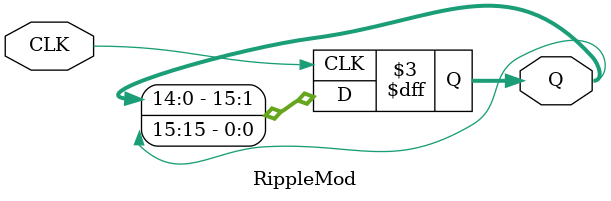
<source format=v>

module TestMod;
	reg CLK;
	wire [15:0] Q;
	wire [3:0] C;

	always begin
		CLK = 0;
		#1;
		CLK = 1;
		#1;
	end

	RippleMod myRipple(CLK, Q);
	CoderMod myCoder(Q, C);

	initial #64 $finish;

	initial begin
		$display("		Time Q                C	   CLK");
		$display("----------------------------------------------------------------");
		$monitor("%d %b %b %b", $time, Q, C, CLK);
	end
endmodule

module CoderMod(Q, C);
	input [15:0] Q;
	output [3:0] C;
	wire [12:0] O;
	wire [7:0] Ou;

	//C[0]
	or(O[0], Q[1], Q[5]);
	or(O[1], Q[6], Q[7]);
	or(O[2], Q[12], Q[13]);
	or(O[3], Q[14], Q[15]);
	or(Ou[0], O[0], O[1]);
	or(Ou[1], O[2], O[3]);
	or(C[0], Ou[0], Ou[1]);
	//C[1]
	or(O[4], Q[2], Q[5]);
	or(O[5], Q[8], Q[10]);
	or(O[6], Q[11], Q[13]);
	or(Ou[2], O[4], O[5]);
	or(Ou[3], O[3], O[6]);
	or(C[1], Ou[2], Ou[3]);
	//C[2]
	or(O[7], Q[3], Q[6]);
	or(O[8], Q[9], Q[10]);
	or(O[9], Q[11], Q[12]);
	or(Ou[4], O[3], O[7]);
	or(Ou[5], O[8], O[9]);
	or(C[2], Ou[4], Ou[5]);
	//C[3]
	or(O[10], Q[4], Q[7]);
	or(O[11], Q[8], Q[9]);
	or(O[12], Q[13], Q[15]);
	or(Ou[6], O[9], O[10]);
	or(Ou[7], O[11], O[12]);
	or(C[3], Ou[6], Ou[7]);
endmodule

module RippleMod(CLK, Q);
	input CLK;
	output [15:0] Q;
	reg [15:0] Q;

	always @(posedge CLK) begin
		Q[0] <= Q[15];
		Q[1] <= Q[0];
		Q[2] <= Q[1];
		Q[3] <= Q[2];
		Q[4] <= Q[3];
		Q[5] <= Q[4];
		Q[6] <= Q[5];
		Q[7] <= Q[6];
		Q[8] <= Q[7];
		Q[9] <= Q[8];
		Q[10] <= Q[9];
		Q[11] <= Q[10];
		Q[12] <= Q[11];
		Q[13] <= Q[12];
		Q[14] <= Q[13];
		Q[15] <= Q[14];
	end

	initial begin
		Q[0] = 1;
		Q[1] = 0;
		Q[2] = 0;
		Q[3] = 0;
		Q[4] = 0;
		Q[5] = 0;
		Q[6] = 0;
		Q[7] = 0;
		Q[8] = 0;
		Q[9] = 0;
		Q[10] = 0;
		Q[11] = 0;
		Q[12] = 0;
		Q[13] = 0;
		Q[14] = 0;
		Q[15] = 0;
	end
endmodule

</source>
